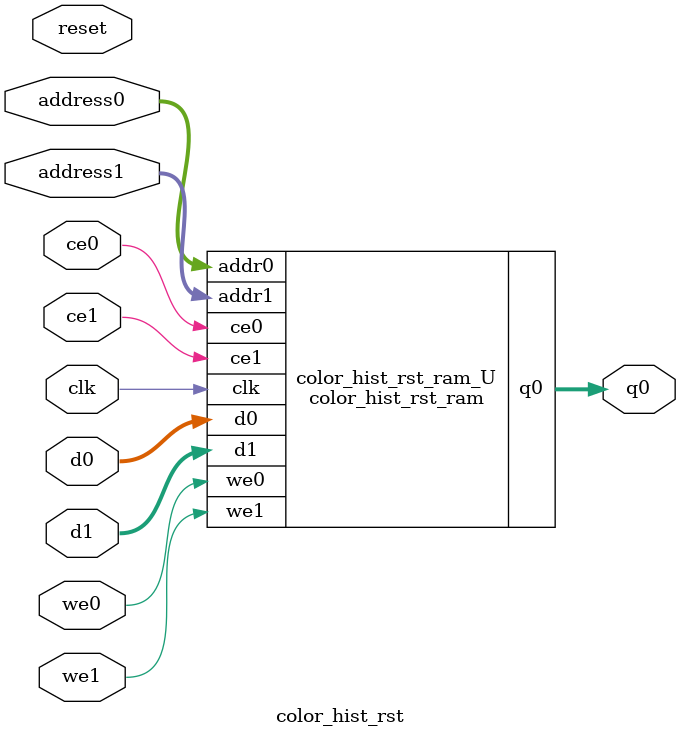
<source format=v>

`timescale 1 ns / 1 ps
module color_hist_rst_ram (addr0, ce0, d0, we0, q0, addr1, ce1, d1, we1,  clk);

parameter DWIDTH = 16;
parameter AWIDTH = 6;
parameter MEM_SIZE = 36;

input[AWIDTH-1:0] addr0;
input ce0;
input[DWIDTH-1:0] d0;
input we0;
output reg[DWIDTH-1:0] q0;
input[AWIDTH-1:0] addr1;
input ce1;
input[DWIDTH-1:0] d1;
input we1;
input clk;

(* ram_style = "block" *)reg [DWIDTH-1:0] ram[0:MEM_SIZE-1];




always @(posedge clk)  
begin 
    if (ce0) 
    begin
        if (we0) 
        begin 
            ram[addr0] <= d0; 
            q0 <= d0;
        end 
        else 
            q0 <= ram[addr0];
    end
end


always @(posedge clk)  
begin 
    if (ce1) 
    begin
        if (we1) 
        begin 
            ram[addr1] <= d1; 
        end 
    end
end


endmodule


`timescale 1 ns / 1 ps
module color_hist_rst(
    reset,
    clk,
    address0,
    ce0,
    we0,
    d0,
    q0,
    address1,
    ce1,
    we1,
    d1);

parameter DataWidth = 32'd16;
parameter AddressRange = 32'd36;
parameter AddressWidth = 32'd6;
input reset;
input clk;
input[AddressWidth - 1:0] address0;
input ce0;
input we0;
input[DataWidth - 1:0] d0;
output[DataWidth - 1:0] q0;
input[AddressWidth - 1:0] address1;
input ce1;
input we1;
input[DataWidth - 1:0] d1;



color_hist_rst_ram color_hist_rst_ram_U(
    .clk( clk ),
    .addr0( address0 ),
    .ce0( ce0 ),
    .d0( d0 ),
    .we0( we0 ),
    .q0( q0 ),
    .addr1( address1 ),
    .ce1( ce1 ),
    .d1( d1 ),
    .we1( we1 ));

endmodule


</source>
